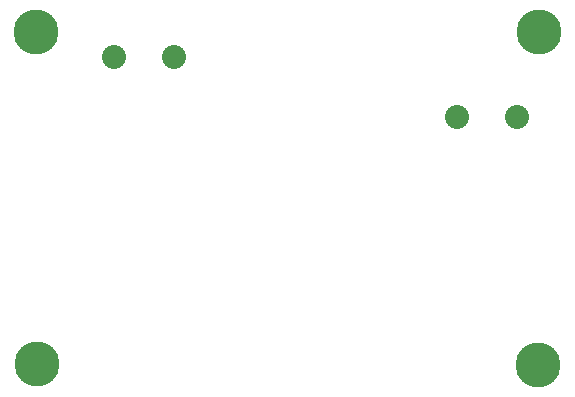
<source format=gbr>
%TF.GenerationSoftware,KiCad,Pcbnew,(6.0.10)*%
%TF.CreationDate,2023-02-10T15:19:28+05:30*%
%TF.ProjectId,MpptDemoBoard,4d707074-4465-46d6-9f42-6f6172642e6b,rev?*%
%TF.SameCoordinates,Original*%
%TF.FileFunction,Soldermask,Bot*%
%TF.FilePolarity,Negative*%
%FSLAX46Y46*%
G04 Gerber Fmt 4.6, Leading zero omitted, Abs format (unit mm)*
G04 Created by KiCad (PCBNEW (6.0.10)) date 2023-02-10 15:19:28*
%MOMM*%
%LPD*%
G01*
G04 APERTURE LIST*
%ADD10C,3.800000*%
%ADD11C,2.032000*%
G04 APERTURE END LIST*
D10*
%TO.C,REF\u002A\u002A*%
X144551400Y-128955800D03*
%TD*%
%TO.C,REF\u002A\u002A*%
X144627600Y-100787200D03*
%TD*%
D11*
%TO.C,U1*%
X137668000Y-107950000D03*
X142748000Y-107950000D03*
%TD*%
D10*
%TO.C,REF\u002A\u002A*%
X102031800Y-100761800D03*
%TD*%
%TO.C,REF\u002A\u002A*%
X102082600Y-128854200D03*
%TD*%
D11*
%TO.C,U2*%
X113741200Y-102895400D03*
X108661200Y-102895400D03*
%TD*%
M02*

</source>
